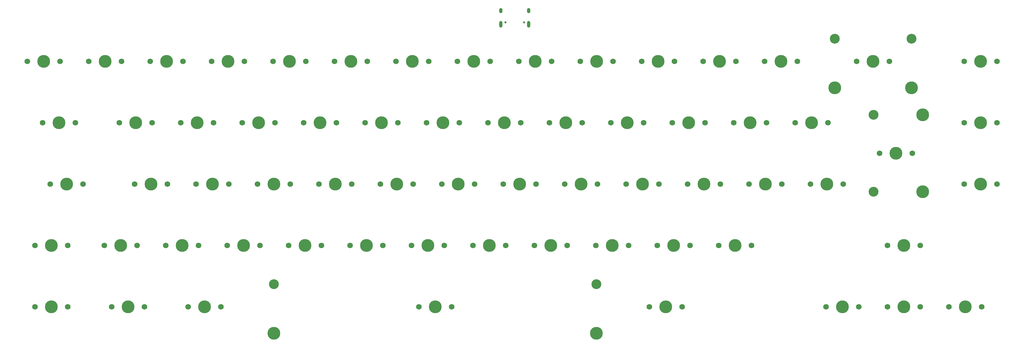
<source format=gts>
G04 #@! TF.GenerationSoftware,KiCad,Pcbnew,(5.1.9)-1*
G04 #@! TF.CreationDate,2021-03-25T17:13:51+01:00*
G04 #@! TF.ProjectId,rabbitholev1,72616262-6974-4686-9f6c-6576312e6b69,rev?*
G04 #@! TF.SameCoordinates,Original*
G04 #@! TF.FileFunction,Soldermask,Top*
G04 #@! TF.FilePolarity,Negative*
%FSLAX46Y46*%
G04 Gerber Fmt 4.6, Leading zero omitted, Abs format (unit mm)*
G04 Created by KiCad (PCBNEW (5.1.9)-1) date 2021-03-25 17:13:51*
%MOMM*%
%LPD*%
G01*
G04 APERTURE LIST*
%ADD10C,3.987800*%
%ADD11C,1.750000*%
%ADD12C,3.048000*%
%ADD13C,0.650000*%
%ADD14O,1.000000X2.100000*%
%ADD15O,1.000000X1.600000*%
G04 APERTURE END LIST*
D10*
G04 #@! TO.C,MX17*
X38100000Y-155575000D03*
D11*
X33020000Y-155575000D03*
X43180000Y-155575000D03*
G04 #@! TD*
D10*
G04 #@! TO.C,MX18*
X57150000Y-155575000D03*
D11*
X52070000Y-155575000D03*
X62230000Y-155575000D03*
G04 #@! TD*
D10*
G04 #@! TO.C,MX16*
X14271769Y-155575000D03*
D11*
X9191769Y-155575000D03*
X19351769Y-155575000D03*
G04 #@! TD*
D10*
G04 #@! TO.C,MX66*
X295275000Y-212725000D03*
D11*
X290195000Y-212725000D03*
X300355000Y-212725000D03*
G04 #@! TD*
D10*
G04 #@! TO.C,MX65*
X276225000Y-212725000D03*
D11*
X271145000Y-212725000D03*
X281305000Y-212725000D03*
G04 #@! TD*
D10*
G04 #@! TO.C,MX64*
X257175000Y-212725000D03*
D11*
X252095000Y-212725000D03*
X262255000Y-212725000D03*
G04 #@! TD*
D10*
G04 #@! TO.C,MX63*
X202438000Y-212725000D03*
D11*
X197358000Y-212725000D03*
X207518000Y-212725000D03*
G04 #@! TD*
D10*
G04 #@! TO.C,MX62*
X130937000Y-212725000D03*
D11*
X125857000Y-212725000D03*
X136017000Y-212725000D03*
D12*
X80937100Y-205740000D03*
X180936900Y-205740000D03*
D10*
X80937100Y-220980000D03*
X180936900Y-220980000D03*
G04 #@! TD*
G04 #@! TO.C,MX61*
X59436000Y-212725000D03*
D11*
X54356000Y-212725000D03*
X64516000Y-212725000D03*
G04 #@! TD*
D10*
G04 #@! TO.C,MX60*
X35687000Y-212725000D03*
D11*
X30607000Y-212725000D03*
X40767000Y-212725000D03*
G04 #@! TD*
D10*
G04 #@! TO.C,MX59*
X11938000Y-212725000D03*
D11*
X6858000Y-212725000D03*
X17018000Y-212725000D03*
G04 #@! TD*
D10*
G04 #@! TO.C,MX58*
X276225000Y-193675000D03*
D11*
X271145000Y-193675000D03*
X281305000Y-193675000D03*
G04 #@! TD*
D10*
G04 #@! TO.C,MX57*
X223901000Y-193675000D03*
D11*
X218821000Y-193675000D03*
X228981000Y-193675000D03*
G04 #@! TD*
D10*
G04 #@! TO.C,MX56*
X204851000Y-193675000D03*
D11*
X199771000Y-193675000D03*
X209931000Y-193675000D03*
G04 #@! TD*
D10*
G04 #@! TO.C,MX55*
X185801000Y-193675000D03*
D11*
X180721000Y-193675000D03*
X190881000Y-193675000D03*
G04 #@! TD*
D10*
G04 #@! TO.C,MX54*
X166751000Y-193675000D03*
D11*
X161671000Y-193675000D03*
X171831000Y-193675000D03*
G04 #@! TD*
D10*
G04 #@! TO.C,MX53*
X147701000Y-193675000D03*
D11*
X142621000Y-193675000D03*
X152781000Y-193675000D03*
G04 #@! TD*
D10*
G04 #@! TO.C,MX52*
X128651000Y-193675000D03*
D11*
X123571000Y-193675000D03*
X133731000Y-193675000D03*
G04 #@! TD*
D10*
G04 #@! TO.C,MX51*
X109601000Y-193675000D03*
D11*
X104521000Y-193675000D03*
X114681000Y-193675000D03*
G04 #@! TD*
D10*
G04 #@! TO.C,MX50*
X90551000Y-193675000D03*
D11*
X85471000Y-193675000D03*
X95631000Y-193675000D03*
G04 #@! TD*
D10*
G04 #@! TO.C,MX49*
X71501000Y-193675000D03*
D11*
X66421000Y-193675000D03*
X76581000Y-193675000D03*
G04 #@! TD*
D10*
G04 #@! TO.C,MX48*
X52451000Y-193675000D03*
D11*
X47371000Y-193675000D03*
X57531000Y-193675000D03*
G04 #@! TD*
D10*
G04 #@! TO.C,MX47*
X33401000Y-193675000D03*
D11*
X28321000Y-193675000D03*
X38481000Y-193675000D03*
G04 #@! TD*
D10*
G04 #@! TO.C,MX46*
X11938000Y-193675000D03*
D11*
X6858000Y-193675000D03*
X17018000Y-193675000D03*
G04 #@! TD*
D10*
G04 #@! TO.C,MX44*
X300037500Y-174625000D03*
D11*
X294957500Y-174625000D03*
X305117500Y-174625000D03*
G04 #@! TD*
D10*
G04 #@! TO.C,MX43*
X252349000Y-174625000D03*
D11*
X247269000Y-174625000D03*
X257429000Y-174625000D03*
G04 #@! TD*
D10*
G04 #@! TO.C,MX42*
X233299000Y-174625000D03*
D11*
X228219000Y-174625000D03*
X238379000Y-174625000D03*
G04 #@! TD*
D10*
G04 #@! TO.C,MX41*
X214249000Y-174625000D03*
D11*
X209169000Y-174625000D03*
X219329000Y-174625000D03*
G04 #@! TD*
D10*
G04 #@! TO.C,MX40*
X195199000Y-174625000D03*
D11*
X190119000Y-174625000D03*
X200279000Y-174625000D03*
G04 #@! TD*
D10*
G04 #@! TO.C,MX39*
X176149000Y-174625000D03*
D11*
X171069000Y-174625000D03*
X181229000Y-174625000D03*
G04 #@! TD*
D10*
G04 #@! TO.C,MX38*
X157099000Y-174625000D03*
D11*
X152019000Y-174625000D03*
X162179000Y-174625000D03*
G04 #@! TD*
D10*
G04 #@! TO.C,MX37*
X138049000Y-174625000D03*
D11*
X132969000Y-174625000D03*
X143129000Y-174625000D03*
G04 #@! TD*
D10*
G04 #@! TO.C,MX36*
X118999000Y-174625000D03*
D11*
X113919000Y-174625000D03*
X124079000Y-174625000D03*
G04 #@! TD*
D10*
G04 #@! TO.C,MX35*
X99949000Y-174625000D03*
D11*
X94869000Y-174625000D03*
X105029000Y-174625000D03*
G04 #@! TD*
D10*
G04 #@! TO.C,MX34*
X80899000Y-174625000D03*
D11*
X75819000Y-174625000D03*
X85979000Y-174625000D03*
G04 #@! TD*
D10*
G04 #@! TO.C,MX33*
X61849000Y-174625000D03*
D11*
X56769000Y-174625000D03*
X66929000Y-174625000D03*
G04 #@! TD*
D10*
G04 #@! TO.C,MX32*
X42799000Y-174625000D03*
D11*
X37719000Y-174625000D03*
X47879000Y-174625000D03*
G04 #@! TD*
D10*
G04 #@! TO.C,MX31*
X16637000Y-174625000D03*
D11*
X11557000Y-174625000D03*
X21717000Y-174625000D03*
G04 #@! TD*
D10*
G04 #@! TO.C,MX30*
X300037500Y-155575000D03*
D11*
X294957500Y-155575000D03*
X305117500Y-155575000D03*
G04 #@! TD*
D10*
G04 #@! TO.C,MX28*
X247650000Y-155575000D03*
D11*
X242570000Y-155575000D03*
X252730000Y-155575000D03*
G04 #@! TD*
D10*
G04 #@! TO.C,MX27*
X228600000Y-155575000D03*
D11*
X223520000Y-155575000D03*
X233680000Y-155575000D03*
G04 #@! TD*
D10*
G04 #@! TO.C,MX26*
X209550000Y-155575000D03*
D11*
X204470000Y-155575000D03*
X214630000Y-155575000D03*
G04 #@! TD*
D10*
G04 #@! TO.C,MX25*
X190500000Y-155575000D03*
D11*
X185420000Y-155575000D03*
X195580000Y-155575000D03*
G04 #@! TD*
D10*
G04 #@! TO.C,MX24*
X171450000Y-155575000D03*
D11*
X166370000Y-155575000D03*
X176530000Y-155575000D03*
G04 #@! TD*
D10*
G04 #@! TO.C,MX23*
X152400000Y-155575000D03*
D11*
X147320000Y-155575000D03*
X157480000Y-155575000D03*
G04 #@! TD*
D10*
G04 #@! TO.C,MX22*
X133350000Y-155575000D03*
D11*
X128270000Y-155575000D03*
X138430000Y-155575000D03*
G04 #@! TD*
D10*
G04 #@! TO.C,MX21*
X114300000Y-155575000D03*
D11*
X109220000Y-155575000D03*
X119380000Y-155575000D03*
G04 #@! TD*
D10*
G04 #@! TO.C,MX20*
X95250000Y-155575000D03*
D11*
X90170000Y-155575000D03*
X100330000Y-155575000D03*
G04 #@! TD*
D10*
G04 #@! TO.C,MX19*
X76200000Y-155575000D03*
D11*
X71120000Y-155575000D03*
X81280000Y-155575000D03*
G04 #@! TD*
D10*
G04 #@! TO.C,MX15*
X300037500Y-136525000D03*
D11*
X294957500Y-136525000D03*
X305117500Y-136525000D03*
G04 #@! TD*
D10*
G04 #@! TO.C,MX14*
X266700000Y-136525000D03*
D11*
X261620000Y-136525000D03*
X271780000Y-136525000D03*
D12*
X254793750Y-129540000D03*
X278606250Y-129540000D03*
D10*
X254793750Y-144780000D03*
X278606250Y-144780000D03*
G04 #@! TD*
G04 #@! TO.C,MX13*
X238125000Y-136525000D03*
D11*
X233045000Y-136525000D03*
X243205000Y-136525000D03*
G04 #@! TD*
D10*
G04 #@! TO.C,MX12*
X219075000Y-136525000D03*
D11*
X213995000Y-136525000D03*
X224155000Y-136525000D03*
G04 #@! TD*
D10*
G04 #@! TO.C,MX11*
X200025000Y-136525000D03*
D11*
X194945000Y-136525000D03*
X205105000Y-136525000D03*
G04 #@! TD*
D10*
G04 #@! TO.C,MX10*
X180975000Y-136525000D03*
D11*
X175895000Y-136525000D03*
X186055000Y-136525000D03*
G04 #@! TD*
D10*
G04 #@! TO.C,MX9*
X161925000Y-136525000D03*
D11*
X156845000Y-136525000D03*
X167005000Y-136525000D03*
G04 #@! TD*
D10*
G04 #@! TO.C,MX8*
X142875000Y-136525000D03*
D11*
X137795000Y-136525000D03*
X147955000Y-136525000D03*
G04 #@! TD*
D10*
G04 #@! TO.C,MX7*
X123825000Y-136525000D03*
D11*
X118745000Y-136525000D03*
X128905000Y-136525000D03*
G04 #@! TD*
D10*
G04 #@! TO.C,MX6*
X104775000Y-136525000D03*
D11*
X99695000Y-136525000D03*
X109855000Y-136525000D03*
G04 #@! TD*
D10*
G04 #@! TO.C,MX5*
X85725000Y-136525000D03*
D11*
X80645000Y-136525000D03*
X90805000Y-136525000D03*
G04 #@! TD*
D10*
G04 #@! TO.C,MX4*
X66675000Y-136525000D03*
D11*
X61595000Y-136525000D03*
X71755000Y-136525000D03*
G04 #@! TD*
D10*
G04 #@! TO.C,MX3*
X47625000Y-136525000D03*
D11*
X42545000Y-136525000D03*
X52705000Y-136525000D03*
G04 #@! TD*
D10*
G04 #@! TO.C,MX2*
X28575000Y-136525000D03*
D11*
X23495000Y-136525000D03*
X33655000Y-136525000D03*
G04 #@! TD*
D10*
G04 #@! TO.C,MX1*
X9525000Y-136525000D03*
D11*
X4445000Y-136525000D03*
X14605000Y-136525000D03*
G04 #@! TD*
D10*
G04 #@! TO.C,MX29*
X282067000Y-153162000D03*
X282067000Y-177038000D03*
D12*
X266827000Y-153162000D03*
X266827000Y-177038000D03*
D11*
X278892000Y-165100000D03*
X268732000Y-165100000D03*
D10*
X273812000Y-165100000D03*
G04 #@! TD*
D13*
G04 #@! TO.C,USB1*
X158465000Y-124487000D03*
X152685000Y-124487000D03*
D14*
X151255000Y-125017000D03*
X159895000Y-125017000D03*
D15*
X151255000Y-120837000D03*
X159895000Y-120837000D03*
G04 #@! TD*
M02*

</source>
